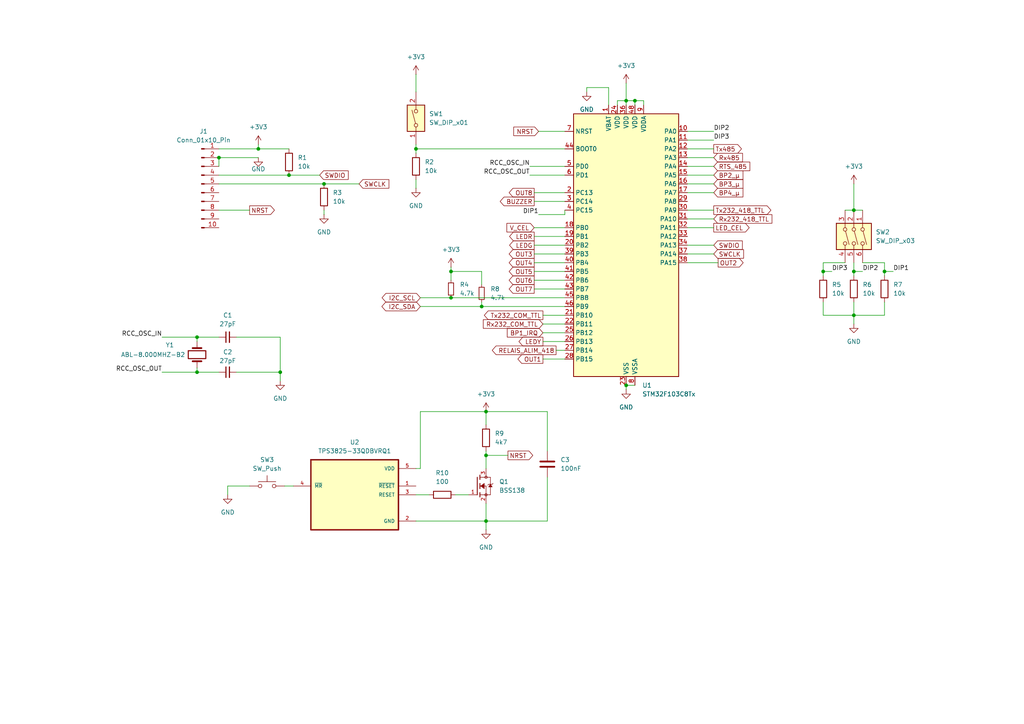
<source format=kicad_sch>
(kicad_sch (version 20250114) (generator "eeschema") (generator_version "9.0")
  (paper "A4")
  (title_block (title "MAIN MCU") (date "2025-04-30") (rev "V1") (company "TTS") (comment 1 "EP"))
  (lib_symbols
    (symbol "BSS138:BSS138" (pin_names (offset 1.016))
      (property "Reference" "Q" (at -8.89 2.54 0))
      (property "Value" "BSS138" (at -8.89 -7.62 0))
      (symbol "BSS138_0_0"
        (polyline (pts (xy 0 2.54) (xy 0 -2.54)) (stroke (width 0.254)))
        (polyline (pts (xy 0.762 3.175) (xy 0.762 2.54)) (stroke (width 0.254)))
        (polyline (pts (xy 0.762 2.54) (xy 0.762 1.905)) (stroke (width 0.254)))
        (polyline (pts (xy 0.762 2.54) (xy 3.81 2.54)) (stroke (width 0.1524)))
        (polyline (pts (xy 0.762 0.762) (xy 0.762 0)) (stroke (width 0.254)))
        (polyline (pts (xy 0.762 0) (xy 0.762 -0.762)) (stroke (width 0.254)))
        (polyline (pts (xy 0.762 0) (xy 2.54 0)) (stroke (width 0.1524)))
        (polyline (pts (xy 0.762 -1.905) (xy 0.762 -2.54)) (stroke (width 0.254)))
        (polyline (pts (xy 0.762 -2.54) (xy 0.762 -3.175)) (stroke (width 0.254)))
        (polyline (pts (xy 1.016 0) (xy 2.032 0.762) (xy 2.032 -0.762) (xy 1.016 0)) (stroke (width 0.1524)) (fill (type outline)))
        (circle (center 2.54 2.54) (radius 0.3592))
        (polyline (pts (xy 2.54 0) (xy 2.54 -2.54)) (stroke (width 0.1524)))
        (polyline (pts (xy 2.54 -2.54) (xy 0.762 -2.54)) (stroke (width 0.1524)))
        (polyline (pts (xy 2.54 -2.54) (xy 3.81 -2.54)) (stroke (width 0.1524)))
        (circle (center 2.54 -2.54) (radius 0.3592))
        (polyline (pts (xy 3.302 0.508) (xy 3.048 0.254)) (stroke (width 0.1524)))
        (polyline (pts (xy 3.81 2.54) (xy 3.81 0.508)) (stroke (width 0.1524)))
        (polyline (pts (xy 3.81 0.508) (xy 3.302 0.508)) (stroke (width 0.1524)))
        (polyline (pts (xy 3.81 0.508) (xy 3.81 -2.54)) (stroke (width 0.1524)))
        (polyline (pts (xy 3.81 0.508) (xy 3.302 -0.254) (xy 4.318 -0.254) (xy 3.81 0.508)) (stroke (width 0.1524)) (fill (type outline)))
        (polyline (pts (xy 4.318 0.508) (xy 3.81 0.508)) (stroke (width 0.1524)))
        (polyline (pts (xy 4.572 0.762) (xy 4.318 0.508)) (stroke (width 0.1524)))
        (pin passive line (at -2.54 -2.54 0) (length 2.54) (name "~") (number "1"))
        (pin passive line (at 2.54 5.08 270) (length 2.54) (name "~") (number "3"))
        (pin passive line (at 2.54 -5.08 90) (length 2.54) (name "~") (number "2"))
      )
    )
    (symbol "Connector:Conn_01x10_Pin" (pin_names (offset 1.016) (hide yes))
      (property "Reference" "J" (at 0 12.7 0))
      (property "Value" "Conn_01x10_Pin" (at 0 -15.24 0))
      (symbol "Conn_01x10_Pin_1_1"
        (rectangle (start 0.8636 10.287) (end 0 10.033) (stroke (width 0.1524)) (fill (type outline)))
        (rectangle (start 0.8636 7.747) (end 0 7.493) (stroke (width 0.1524)) (fill (type outline)))
        (rectangle (start 0.8636 5.207) (end 0 4.953) (stroke (width 0.1524)) (fill (type outline)))
        (rectangle (start 0.8636 2.667) (end 0 2.413) (stroke (width 0.1524)) (fill (type outline)))
        (rectangle (start 0.8636 0.127) (end 0 -0.127) (stroke (width 0.1524)) (fill (type outline)))
        (rectangle (start 0.8636 -2.413) (end 0 -2.667) (stroke (width 0.1524)) (fill (type outline)))
        (rectangle (start 0.8636 -4.953) (end 0 -5.207) (stroke (width 0.1524)) (fill (type outline)))
        (rectangle (start 0.8636 -7.493) (end 0 -7.747) (stroke (width 0.1524)) (fill (type outline)))
        (rectangle (start 0.8636 -10.033) (end 0 -10.287) (stroke (width 0.1524)) (fill (type outline)))
        (rectangle (start 0.8636 -12.573) (end 0 -12.827) (stroke (width 0.1524)) (fill (type outline)))
        (polyline (pts (xy 1.27 10.16) (xy 0.8636 10.16)) (stroke (width 0.1524)))
        (polyline (pts (xy 1.27 7.62) (xy 0.8636 7.62)) (stroke (width 0.1524)))
        (polyline (pts (xy 1.27 5.08) (xy 0.8636 5.08)) (stroke (width 0.1524)))
        (polyline (pts (xy 1.27 2.54) (xy 0.8636 2.54)) (stroke (width 0.1524)))
        (polyline (pts (xy 1.27 0) (xy 0.8636 0)) (stroke (width 0.1524)))
        (polyline (pts (xy 1.27 -2.54) (xy 0.8636 -2.54)) (stroke (width 0.1524)))
        (polyline (pts (xy 1.27 -5.08) (xy 0.8636 -5.08)) (stroke (width 0.1524)))
        (polyline (pts (xy 1.27 -7.62) (xy 0.8636 -7.62)) (stroke (width 0.1524)))
        (polyline (pts (xy 1.27 -10.16) (xy 0.8636 -10.16)) (stroke (width 0.1524)))
        (polyline (pts (xy 1.27 -12.7) (xy 0.8636 -12.7)) (stroke (width 0.1524)))
        (pin passive line (at 5.08 10.16 180) (length 3.81) (name "Pin_1") (number "1"))
        (pin passive line (at 5.08 7.62 180) (length 3.81) (name "Pin_2") (number "2"))
        (pin passive line (at 5.08 5.08 180) (length 3.81) (name "Pin_3") (number "3"))
        (pin passive line (at 5.08 2.54 180) (length 3.81) (name "Pin_4") (number "4"))
        (pin passive line (at 5.08 0 180) (length 3.81) (name "Pin_5") (number "5"))
        (pin passive line (at 5.08 -2.54 180) (length 3.81) (name "Pin_6") (number "6"))
        (pin passive line (at 5.08 -5.08 180) (length 3.81) (name "Pin_7") (number "7"))
        (pin passive line (at 5.08 -7.62 180) (length 3.81) (name "Pin_8") (number "8"))
        (pin passive line (at 5.08 -10.16 180) (length 3.81) (name "Pin_9") (number "9"))
        (pin passive line (at 5.08 -12.7 180) (length 3.81) (name "Pin_10") (number "10"))
      )
    )
    (symbol "Device:C" (pin_numbers (hide yes)) (pin_names (offset 0.254))
      (property "Reference" "C" (at 0.635 2.54 0))
      (property "Value" "C" (at 0.635 -2.54 0))
      (symbol "C_0_1"
        (polyline (pts (xy -2.032 0.762) (xy 2.032 0.762)) (stroke (width 0.508)))
        (polyline (pts (xy -2.032 -0.762) (xy 2.032 -0.762)) (stroke (width 0.508)))
      )
      (symbol "C_1_1"
        (pin passive line (at 0 3.81 270) (length 2.794) (name "~") (number "1"))
        (pin passive line (at 0 -3.81 90) (length 2.794) (name "~") (number "2"))
      )
    )
    (symbol "Device:C_Small" (pin_numbers (hide yes)) (pin_names (offset 0.254) (hide yes))
      (property "Reference" "C" (at 0.254 1.778 0))
      (property "Value" "C_Small" (at 0.254 -2.032 0))
      (symbol "C_Small_0_1"
        (polyline (pts (xy -1.524 0.508) (xy 1.524 0.508)) (stroke (width 0.3048)))
        (polyline (pts (xy -1.524 -0.508) (xy 1.524 -0.508)) (stroke (width 0.3302)))
      )
      (symbol "C_Small_1_1"
        (pin passive line (at 0 2.54 270) (length 2.032) (name "~") (number "1"))
        (pin passive line (at 0 -2.54 90) (length 2.032) (name "~") (number "2"))
      )
    )
    (symbol "Device:Crystal" (pin_numbers (hide yes)) (pin_names (offset 1.016) (hide yes))
      (property "Reference" "Y" (at 0 3.81 0))
      (property "Value" "Crystal" (at 0 -3.81 0))
      (symbol "Crystal_0_1"
        (polyline (pts (xy -2.54 0) (xy -1.905 0)))
        (polyline (pts (xy -1.905 -1.27) (xy -1.905 1.27)) (stroke (width 0.508)))
        (rectangle (start -1.143 2.54) (end 1.143 -2.54) (stroke (width 0.3048)))
        (polyline (pts (xy 1.905 -1.27) (xy 1.905 1.27)) (stroke (width 0.508)))
        (polyline (pts (xy 2.54 0) (xy 1.905 0)))
      )
      (symbol "Crystal_1_1"
        (pin passive line (at -3.81 0 0) (length 1.27) (name "1") (number "1"))
        (pin passive line (at 3.81 0 180) (length 1.27) (name "2") (number "2"))
      )
    )
    (symbol "Device:R" (pin_numbers (hide yes)) (pin_names (offset 0))
      (property "Reference" "R" (at 2.032 0 90))
      (property "Value" "R" (at 0 0 90))
      (symbol "R_0_1"
        (rectangle (start -1.016 -2.54) (end 1.016 2.54) (stroke (width 0.254)))
      )
      (symbol "R_1_1"
        (pin passive line (at 0 3.81 270) (length 1.27) (name "~") (number "1"))
        (pin passive line (at 0 -3.81 90) (length 1.27) (name "~") (number "2"))
      )
    )
    (symbol "Device:R_Small" (pin_numbers (hide yes)) (pin_names (offset 0.254) (hide yes))
      (property "Reference" "R" (at 0.762 0.508 0))
      (property "Value" "R_Small" (at 0.762 -1.016 0))
      (symbol "R_Small_0_1"
        (rectangle (start -0.762 1.778) (end 0.762 -1.778) (stroke (width 0.2032)))
      )
      (symbol "R_Small_1_1"
        (pin passive line (at 0 2.54 270) (length 0.762) (name "~") (number "1"))
        (pin passive line (at 0 -2.54 90) (length 0.762) (name "~") (number "2"))
      )
    )
    (symbol "MCU_ST_STM32F1:STM32F103C8Tx"
      (property "Reference" "U" (at -15.24 39.37 0))
      (property "Value" "STM32F103C8Tx" (at 7.62 39.37 0))
      (symbol "STM32F103C8Tx_0_1"
        (rectangle (start -15.24 -38.1) (end 15.24 38.1) (stroke (width 0.254)) (fill (type background)))
      )
      (symbol "STM32F103C8Tx_1_1"
        (pin input line (at -17.78 33.02 0) (length 2.54) (name "NRST") (number "7"))
        (pin input line (at -17.78 27.94 0) (length 2.54) (name "BOOT0") (number "44"))
        (pin bidirectional line (at -17.78 22.86 0) (length 2.54) (name "PD0") (number "5"))
        (pin bidirectional line (at -17.78 20.32 0) (length 2.54) (name "PD1") (number "6"))
        (pin bidirectional line (at -17.78 15.24 0) (length 2.54) (name "PC13") (number "2"))
        (pin bidirectional line (at -17.78 12.7 0) (length 2.54) (name "PC14") (number "3"))
        (pin bidirectional line (at -17.78 10.16 0) (length 2.54) (name "PC15") (number "4"))
        (pin bidirectional line (at -17.78 5.08 0) (length 2.54) (name "PB0") (number "18"))
        (pin bidirectional line (at -17.78 2.54 0) (length 2.54) (name "PB1") (number "19"))
        (pin bidirectional line (at -17.78 0 0) (length 2.54) (name "PB2") (number "20"))
        (pin bidirectional line (at -17.78 -2.54 0) (length 2.54) (name "PB3") (number "39"))
        (pin bidirectional line (at -17.78 -5.08 0) (length 2.54) (name "PB4") (number "40"))
        (pin bidirectional line (at -17.78 -7.62 0) (length 2.54) (name "PB5") (number "41"))
        (pin bidirectional line (at -17.78 -10.16 0) (length 2.54) (name "PB6") (number "42"))
        (pin bidirectional line (at -17.78 -12.7 0) (length 2.54) (name "PB7") (number "43"))
        (pin bidirectional line (at -17.78 -15.24 0) (length 2.54) (name "PB8") (number "45"))
        (pin bidirectional line (at -17.78 -17.78 0) (length 2.54) (name "PB9") (number "46"))
        (pin bidirectional line (at -17.78 -20.32 0) (length 2.54) (name "PB10") (number "21"))
        (pin bidirectional line (at -17.78 -22.86 0) (length 2.54) (name "PB11") (number "22"))
        (pin bidirectional line (at -17.78 -25.4 0) (length 2.54) (name "PB12") (number "25"))
        (pin bidirectional line (at -17.78 -27.94 0) (length 2.54) (name "PB13") (number "26"))
        (pin bidirectional line (at -17.78 -30.48 0) (length 2.54) (name "PB14") (number "27"))
        (pin bidirectional line (at -17.78 -33.02 0) (length 2.54) (name "PB15") (number "28"))
        (pin power_in line (at -5.08 40.64 270) (length 2.54) (name "VBAT") (number "1"))
        (pin power_in line (at -2.54 40.64 270) (length 2.54) (name "VDD") (number "24"))
        (pin power_in line (at 0 40.64 270) (length 2.54) (name "VDD") (number "36"))
        (pin power_in line (at 0 -40.64 90) (length 2.54) (name "VSS") (number "23"))
        (pin passive line (at 0 -40.64 90) (length 2.54) (hide yes) (name "VSS") (number "35"))
        (pin passive line (at 0 -40.64 90) (length 2.54) (hide yes) (name "VSS") (number "47"))
        (pin power_in line (at 2.54 40.64 270) (length 2.54) (name "VDD") (number "48"))
        (pin power_in line (at 2.54 -40.64 90) (length 2.54) (name "VSSA") (number "8"))
        (pin power_in line (at 5.08 40.64 270) (length 2.54) (name "VDDA") (number "9"))
        (pin bidirectional line (at 17.78 33.02 180) (length 2.54) (name "PA0") (number "10"))
        (pin bidirectional line (at 17.78 30.48 180) (length 2.54) (name "PA1") (number "11"))
        (pin bidirectional line (at 17.78 27.94 180) (length 2.54) (name "PA2") (number "12"))
        (pin bidirectional line (at 17.78 25.4 180) (length 2.54) (name "PA3") (number "13"))
        (pin bidirectional line (at 17.78 22.86 180) (length 2.54) (name "PA4") (number "14"))
        (pin bidirectional line (at 17.78 20.32 180) (length 2.54) (name "PA5") (number "15"))
        (pin bidirectional line (at 17.78 17.78 180) (length 2.54) (name "PA6") (number "16"))
        (pin bidirectional line (at 17.78 15.24 180) (length 2.54) (name "PA7") (number "17"))
        (pin bidirectional line (at 17.78 12.7 180) (length 2.54) (name "PA8") (number "29"))
        (pin bidirectional line (at 17.78 10.16 180) (length 2.54) (name "PA9") (number "30"))
        (pin bidirectional line (at 17.78 7.62 180) (length 2.54) (name "PA10") (number "31"))
        (pin bidirectional line (at 17.78 5.08 180) (length 2.54) (name "PA11") (number "32"))
        (pin bidirectional line (at 17.78 2.54 180) (length 2.54) (name "PA12") (number "33"))
        (pin bidirectional line (at 17.78 0 180) (length 2.54) (name "PA13") (number "34"))
        (pin bidirectional line (at 17.78 -2.54 180) (length 2.54) (name "PA14") (number "37"))
        (pin bidirectional line (at 17.78 -5.08 180) (length 2.54) (name "PA15") (number "38"))
      )
    )
    (symbol "Switch:SW_DIP_x01" (pin_names (offset 0) (hide yes))
      (property "Reference" "SW" (at 0 3.81 0))
      (property "Value" "SW_DIP_x01" (at 0 -3.81 0))
      (symbol "SW_DIP_x01_0_0"
        (circle (center -2.032 0) (radius 0.508))
        (polyline (pts (xy -1.524 0.127) (xy 2.3622 1.1684)))
        (circle (center 2.032 0) (radius 0.508))
      )
      (symbol "SW_DIP_x01_0_1"
        (rectangle (start -3.81 2.54) (end 3.81 -2.54) (stroke (width 0.254)) (fill (type background)))
      )
      (symbol "SW_DIP_x01_1_1"
        (pin passive line (at -7.62 0 0) (length 5.08) (name "~") (number "1"))
        (pin passive line (at 7.62 0 180) (length 5.08) (name "~") (number "2"))
      )
    )
    (symbol "Switch:SW_DIP_x03" (pin_names (offset 0) (hide yes))
      (property "Reference" "SW" (at 0 6.35 0))
      (property "Value" "SW_DIP_x03" (at 0 -6.35 0))
      (symbol "SW_DIP_x03_0_0"
        (circle (center -2.032 2.54) (radius 0.508))
        (circle (center -2.032 0) (radius 0.508))
        (circle (center -2.032 -2.54) (radius 0.508))
        (polyline (pts (xy -1.524 2.667) (xy 2.3622 3.7084)))
        (polyline (pts (xy -1.524 0.127) (xy 2.3622 1.1684)))
        (polyline (pts (xy -1.524 -2.413) (xy 2.3622 -1.3716)))
        (circle (center 2.032 2.54) (radius 0.508))
        (circle (center 2.032 0) (radius 0.508))
        (circle (center 2.032 -2.54) (radius 0.508))
      )
      (symbol "SW_DIP_x03_0_1"
        (rectangle (start -3.81 5.08) (end 3.81 -5.08) (stroke (width 0.254)) (fill (type background)))
      )
      (symbol "SW_DIP_x03_1_1"
        (pin passive line (at -7.62 2.54 0) (length 5.08) (name "~") (number "1"))
        (pin passive line (at -7.62 0 0) (length 5.08) (name "~") (number "2"))
        (pin passive line (at -7.62 -2.54 0) (length 5.08) (name "~") (number "3"))
        (pin passive line (at 7.62 2.54 180) (length 5.08) (name "~") (number "6"))
        (pin passive line (at 7.62 0 180) (length 5.08) (name "~") (number "5"))
        (pin passive line (at 7.62 -2.54 180) (length 5.08) (name "~") (number "4"))
      )
    )
    (symbol "Switch:SW_Push" (pin_numbers (hide yes)) (pin_names (offset 1.016) (hide yes))
      (property "Reference" "SW" (at 1.27 2.54 0))
      (property "Value" "SW_Push" (at 0 -1.524 0))
      (symbol "SW_Push_0_1"
        (circle (center -2.032 0) (radius 0.508))
        (polyline (pts (xy 0 1.27) (xy 0 3.048)))
        (circle (center 2.032 0) (radius 0.508))
        (polyline (pts (xy 2.54 1.27) (xy -2.54 1.27)))
        (pin passive line (at -5.08 0 0) (length 2.54) (name "1") (number "1"))
        (pin passive line (at 5.08 0 180) (length 2.54) (name "2") (number "2"))
      )
    )
    (symbol "TPS3825-33QDBVRQ1:TPS3825-33QDBVRQ1" (pin_names (offset 1.016))
      (property "Reference" "U" (at -12.7 11.16 0))
      (property "Value" "TPS3825-33QDBVRQ1" (at -12.7 -14.16 0))
      (symbol "TPS3825-33QDBVRQ1_0_0"
        (rectangle (start -12.7 -10.16) (end 12.7 10.16) (stroke (width 0.41)) (fill (type background)))
        (pin input line (at -17.78 2.54 0) (length 5.08) (name "~{MR}") (number "4"))
        (pin power_in line (at 17.78 7.62 180) (length 5.08) (name "VDD") (number "5"))
        (pin output line (at 17.78 2.54 180) (length 5.08) (name "~{RESET}") (number "1"))
        (pin output line (at 17.78 0 180) (length 5.08) (name "RESET") (number "3"))
        (pin power_in line (at 17.78 -7.62 180) (length 5.08) (name "GND") (number "2"))
      )
    )
    (symbol "power:+3V3" (power) (pin_numbers (hide yes)) (pin_names (offset 0) (hide yes))
      (property "Value" "+3V3" (at 0 3.556 0))
      (symbol "+3V3_0_1"
        (polyline (pts (xy -0.762 1.27) (xy 0 2.54)))
        (polyline (pts (xy 0 2.54) (xy 0.762 1.27)))
        (polyline (pts (xy 0 0) (xy 0 2.54)))
      )
      (symbol "+3V3_1_1"
        (pin power_in line (at 0 0 90) (length 0) (name "~") (number "1"))
      )
    )
    (symbol "power:GND" (power) (pin_numbers (hide yes)) (pin_names (offset 0) (hide yes))
      (property "Value" "GND" (at 0 -3.81 0))
      (symbol "GND_0_1"
        (polyline (pts (xy 0 0) (xy 0 -1.27) (xy 1.27 -1.27) (xy 0 -2.54) (xy -1.27 -1.27) (xy 0 -1.27)))
      )
      (symbol "GND_1_1"
        (pin power_in line (at 0 0 270) (length 0) (name "~") (number "1"))
      )
    )
  )
  (junction (at 247.65 60.96))
  (junction (at 130.81 78.74))
  (junction (at 140.97 119.38))
  (junction (at 57.15 107.95))
  (junction (at 247.65 91.44))
  (junction (at 139.7 88.9))
  (junction (at 256.54 78.74))
  (junction (at 140.97 132.08))
  (junction (at 130.81 86.36))
  (junction (at 181.61 29.21))
  (junction (at 140.97 151.13))
  (junction (at 83.82 50.8))
  (junction (at 120.65 43.18))
  (junction (at 238.76 78.74))
  (junction (at 181.61 111.76))
  (junction (at 74.93 43.18))
  (junction (at 63.5 45.72))
  (junction (at 93.98 53.34))
  (junction (at 57.15 97.79))
  (junction (at 247.65 78.74))
  (junction (at 81.28 107.95))
  (junction (at 184.15 29.21))
  (wire (pts (xy 120.65 143.51) (xy 124.46 143.51)))
  (wire (pts (xy 154.94 58.42) (xy 163.83 58.42)))
  (wire (pts (xy 247.65 78.74) (xy 247.65 80.01)))
  (wire (pts (xy 139.7 78.74) (xy 130.81 78.74)))
  (wire (pts (xy 130.81 78.74) (xy 130.81 81.28)))
  (wire (pts (xy 120.65 43.18) (xy 163.83 43.18)))
  (wire (pts (xy 199.39 53.34) (xy 207.01 53.34)))
  (wire (pts (xy 199.39 43.18) (xy 207.01 43.18)))
  (wire (pts (xy 157.48 96.52) (xy 163.83 96.52)))
  (wire (pts (xy 199.39 76.2) (xy 208.28 76.2)))
  (wire (pts (xy 153.67 48.26) (xy 163.83 48.26)))
  (wire (pts (xy 82.55 140.97) (xy 85.09 140.97)))
  (wire (pts (xy 157.48 91.44) (xy 163.83 91.44)))
  (wire (pts (xy 247.65 78.74) (xy 250.19 78.74)))
  (wire (pts (xy 181.61 29.21) (xy 184.15 29.21)))
  (wire (pts (xy 57.15 97.79) (xy 57.15 99.06)))
  (wire (pts (xy 199.39 45.72) (xy 207.01 45.72)))
  (wire (pts (xy 199.39 71.12) (xy 207.01 71.12)))
  (wire (pts (xy 120.65 151.13) (xy 140.97 151.13)))
  (wire (pts (xy 156.21 38.1) (xy 163.83 38.1)))
  (wire (pts (xy 93.98 53.34) (xy 63.5 53.34)))
  (wire (pts (xy 199.39 66.04) (xy 207.01 66.04)))
  (wire (pts (xy 163.83 62.23) (xy 156.21 62.23)))
  (wire (pts (xy 158.75 151.13) (xy 140.97 151.13)))
  (wire (pts (xy 238.76 87.63) (xy 238.76 91.44)))
  (wire (pts (xy 139.7 88.9) (xy 163.83 88.9)))
  (wire (pts (xy 199.39 60.96) (xy 207.01 60.96)))
  (wire (pts (xy 93.98 60.96) (xy 93.98 62.23)))
  (wire (pts (xy 199.39 63.5) (xy 207.01 63.5)))
  (wire (pts (xy 63.5 43.18) (xy 74.93 43.18)))
  (wire (pts (xy 247.65 60.96) (xy 250.19 60.96)))
  (wire (pts (xy 46.99 97.79) (xy 57.15 97.79)))
  (wire (pts (xy 83.82 50.8) (xy 92.71 50.8)))
  (wire (pts (xy 81.28 107.95) (xy 81.28 110.49)))
  (wire (pts (xy 247.65 87.63) (xy 247.65 91.44)))
  (wire (pts (xy 199.39 48.26) (xy 207.01 48.26)))
  (wire (pts (xy 139.7 87.63) (xy 139.7 88.9)))
  (wire (pts (xy 57.15 107.95) (xy 57.15 106.68)))
  (wire (pts (xy 157.48 104.14) (xy 163.83 104.14)))
  (wire (pts (xy 238.76 80.01) (xy 238.76 78.74)))
  (wire (pts (xy 154.94 76.2) (xy 163.83 76.2)))
  (wire (pts (xy 238.76 78.74) (xy 241.3 78.74)))
  (wire (pts (xy 68.58 107.95) (xy 81.28 107.95)))
  (wire (pts (xy 181.61 29.21) (xy 181.61 30.48)))
  (wire (pts (xy 154.94 55.88) (xy 163.83 55.88)))
  (wire (pts (xy 238.76 91.44) (xy 247.65 91.44)))
  (wire (pts (xy 140.97 132.08) (xy 140.97 135.89)))
  (wire (pts (xy 139.7 82.55) (xy 139.7 78.74)))
  (wire (pts (xy 120.65 135.89) (xy 121.92 135.89)))
  (wire (pts (xy 238.76 76.2) (xy 245.11 76.2)))
  (wire (pts (xy 181.61 24.13) (xy 181.61 29.21)))
  (wire (pts (xy 154.94 78.74) (xy 163.83 78.74)))
  (wire (pts (xy 238.76 78.74) (xy 238.76 76.2)))
  (wire (pts (xy 66.04 140.97) (xy 66.04 143.51)))
  (wire (pts (xy 120.65 21.59) (xy 120.65 26.67)))
  (wire (pts (xy 184.15 29.21) (xy 184.15 30.48)))
  (wire (pts (xy 154.94 66.04) (xy 163.83 66.04)))
  (wire (pts (xy 140.97 132.08) (xy 147.32 132.08)))
  (wire (pts (xy 154.94 68.58) (xy 163.83 68.58)))
  (wire (pts (xy 74.93 41.91) (xy 74.93 43.18)))
  (wire (pts (xy 157.48 99.06) (xy 163.83 99.06)))
  (wire (pts (xy 181.61 111.76) (xy 184.15 111.76)))
  (wire (pts (xy 63.5 45.72) (xy 63.5 48.26)))
  (wire (pts (xy 153.67 50.8) (xy 163.83 50.8)))
  (wire (pts (xy 181.61 111.76) (xy 181.61 113.03)))
  (wire (pts (xy 247.65 91.44) (xy 247.65 93.98)))
  (wire (pts (xy 74.93 43.18) (xy 83.82 43.18)))
  (wire (pts (xy 121.92 135.89) (xy 121.92 119.38)))
  (wire (pts (xy 199.39 73.66) (xy 207.01 73.66)))
  (wire (pts (xy 199.39 40.64) (xy 207.01 40.64)))
  (wire (pts (xy 57.15 107.95) (xy 46.99 107.95)))
  (wire (pts (xy 256.54 78.74) (xy 256.54 80.01)))
  (wire (pts (xy 186.69 30.48) (xy 186.69 29.21)))
  (wire (pts (xy 163.83 60.96) (xy 163.83 62.23)))
  (wire (pts (xy 199.39 50.8) (xy 207.01 50.8)))
  (wire (pts (xy 256.54 87.63) (xy 256.54 91.44)))
  (wire (pts (xy 158.75 138.43) (xy 158.75 151.13)))
  (wire (pts (xy 154.94 73.66) (xy 163.83 73.66)))
  (wire (pts (xy 199.39 55.88) (xy 207.01 55.88)))
  (wire (pts (xy 247.65 76.2) (xy 247.65 78.74)))
  (wire (pts (xy 120.65 52.07) (xy 120.65 54.61)))
  (wire (pts (xy 63.5 50.8) (xy 83.82 50.8)))
  (wire (pts (xy 72.39 140.97) (xy 66.04 140.97)))
  (wire (pts (xy 184.15 29.21) (xy 186.69 29.21)))
  (wire (pts (xy 93.98 53.34) (xy 104.14 53.34)))
  (wire (pts (xy 256.54 78.74) (xy 256.54 76.2)))
  (wire (pts (xy 158.75 130.81) (xy 158.75 119.38)))
  (wire (pts (xy 176.53 25.4) (xy 170.18 25.4)))
  (wire (pts (xy 130.81 77.47) (xy 130.81 78.74)))
  (wire (pts (xy 154.94 71.12) (xy 163.83 71.12)))
  (wire (pts (xy 130.81 86.36) (xy 163.83 86.36)))
  (wire (pts (xy 121.92 86.36) (xy 130.81 86.36)))
  (wire (pts (xy 140.97 130.81) (xy 140.97 132.08)))
  (wire (pts (xy 68.58 97.79) (xy 81.28 97.79)))
  (wire (pts (xy 256.54 76.2) (xy 250.19 76.2)))
  (wire (pts (xy 154.94 81.28) (xy 163.83 81.28)))
  (wire (pts (xy 154.94 83.82) (xy 163.83 83.82)))
  (wire (pts (xy 140.97 123.19) (xy 140.97 119.38)))
  (wire (pts (xy 57.15 107.95) (xy 63.5 107.95)))
  (wire (pts (xy 179.07 29.21) (xy 181.61 29.21)))
  (wire (pts (xy 132.08 143.51) (xy 135.89 143.51)))
  (wire (pts (xy 120.65 43.18) (xy 120.65 44.45)))
  (wire (pts (xy 120.65 41.91) (xy 120.65 43.18)))
  (wire (pts (xy 199.39 38.1) (xy 207.01 38.1)))
  (wire (pts (xy 63.5 60.96) (xy 72.39 60.96)))
  (wire (pts (xy 176.53 30.48) (xy 176.53 25.4)))
  (wire (pts (xy 140.97 151.13) (xy 140.97 153.67)))
  (wire (pts (xy 256.54 78.74) (xy 259.08 78.74)))
  (wire (pts (xy 81.28 97.79) (xy 81.28 107.95)))
  (wire (pts (xy 157.48 93.98) (xy 163.83 93.98)))
  (wire (pts (xy 57.15 97.79) (xy 63.5 97.79)))
  (wire (pts (xy 140.97 146.05) (xy 140.97 151.13)))
  (wire (pts (xy 170.18 25.4) (xy 170.18 26.67)))
  (wire (pts (xy 179.07 30.48) (xy 179.07 29.21)))
  (wire (pts (xy 158.75 119.38) (xy 140.97 119.38)))
  (wire (pts (xy 63.5 45.72) (xy 74.93 45.72)))
  (wire (pts (xy 256.54 91.44) (xy 247.65 91.44)))
  (wire (pts (xy 245.11 60.96) (xy 247.65 60.96)))
  (wire (pts (xy 121.92 119.38) (xy 140.97 119.38)))
  (wire (pts (xy 161.29 101.6) (xy 163.83 101.6)))
  (wire (pts (xy 139.7 88.9) (xy 121.92 88.9)))
  (wire (pts (xy 247.65 53.34) (xy 247.65 60.96)))
  (label "RCC_OSC_OUT" (at 153.67 50.8 180))
  (label "DIP3" (at 241.3 78.74 0))
  (label "RCC_OSC_OUT" (at 46.99 107.95 180))
  (label "DIP1" (at 156.21 62.23 180))
  (label "DIP1" (at 259.08 78.74 0))
  (label "DIP2" (at 250.19 78.74 0))
  (label "DIP2" (at 207.01 38.1 0))
  (label "RCC_OSC_IN" (at 153.67 48.26 180))
  (label "DIP3" (at 207.01 40.64 0))
  (label "RCC_OSC_IN" (at 46.99 97.79 180))
  (global_label "Tx485" (shape output) (at 207.01 43.18 0) (property "Intersheetrefs" "${INTERSHEET_REFS}" (effects (hide yes))))
  (global_label "BP2_µ" (shape input) (at 207.01 50.8 0) (property "Intersheetrefs" "${INTERSHEET_REFS}" (effects (hide yes))))
  (global_label "I2C_SDA" (shape bidirectional) (at 121.92 88.9 180) (property "Intersheetrefs" "${INTERSHEET_REFS}" (effects (hide yes))))
  (global_label "OUT2" (shape output) (at 208.28 76.2 0) (property "Intersheetrefs" "${INTERSHEET_REFS}" (effects (hide yes))))
  (global_label "RTS_485" (shape input) (at 207.01 48.26 0) (property "Intersheetrefs" "${INTERSHEET_REFS}" (effects (hide yes))))
  (global_label "V_CEL" (shape input) (at 154.94 66.04 180) (property "Intersheetrefs" "${INTERSHEET_REFS}" (effects (hide yes))))
  (global_label "OUT6" (shape output) (at 154.94 81.28 180) (property "Intersheetrefs" "${INTERSHEET_REFS}" (effects (hide yes))))
  (global_label "Rx232_418_TTL" (shape input) (at 207.01 63.5 0) (property "Intersheetrefs" "${INTERSHEET_REFS}" (effects (hide yes))))
  (global_label "OUT5" (shape output) (at 154.94 78.74 180) (property "Intersheetrefs" "${INTERSHEET_REFS}" (effects (hide yes))))
  (global_label "Tx232_COM_TTL" (shape output) (at 157.48 91.44 180) (property "Intersheetrefs" "${INTERSHEET_REFS}" (effects (hide yes))))
  (global_label "NRST" (shape output) (at 72.39 60.96 0) (property "Intersheetrefs" "${INTERSHEET_REFS}" (effects (hide yes))))
  (global_label "RELAIS_ALIM_418" (shape output) (at 161.29 101.6 180) (property "Intersheetrefs" "${INTERSHEET_REFS}" (effects (hide yes))))
  (global_label "NRST" (shape input) (at 156.21 38.1 180) (property "Intersheetrefs" "${INTERSHEET_REFS}" (effects (hide yes))))
  (global_label "OUT1" (shape output) (at 157.48 104.14 180) (property "Intersheetrefs" "${INTERSHEET_REFS}" (effects (hide yes))))
  (global_label "OUT7" (shape output) (at 154.94 83.82 180) (property "Intersheetrefs" "${INTERSHEET_REFS}" (effects (hide yes))))
  (global_label "BP3_µ" (shape input) (at 207.01 53.34 0) (property "Intersheetrefs" "${INTERSHEET_REFS}" (effects (hide yes))))
  (global_label "Rx485" (shape input) (at 207.01 45.72 0) (property "Intersheetrefs" "${INTERSHEET_REFS}" (effects (hide yes))))
  (global_label "LED_CEL" (shape output) (at 207.01 66.04 0) (property "Intersheetrefs" "${INTERSHEET_REFS}" (effects (hide yes))))
  (global_label "OUT3" (shape output) (at 154.94 73.66 180) (property "Intersheetrefs" "${INTERSHEET_REFS}" (effects (hide yes))))
  (global_label "SWDIO" (shape input) (at 92.71 50.8 0) (property "Intersheetrefs" "${INTERSHEET_REFS}" (effects (hide yes))))
  (global_label "NRST" (shape output) (at 147.32 132.08 0) (property "Intersheetrefs" "${INTERSHEET_REFS}" (effects (hide yes))))
  (global_label "BUZZER" (shape output) (at 154.94 58.42 180) (property "Intersheetrefs" "${INTERSHEET_REFS}" (effects (hide yes))))
  (global_label "I2C_SCL" (shape bidirectional) (at 121.92 86.36 180) (property "Intersheetrefs" "${INTERSHEET_REFS}" (effects (hide yes))))
  (global_label "SWCLK" (shape input) (at 207.01 73.66 0) (property "Intersheetrefs" "${INTERSHEET_REFS}" (effects (hide yes))))
  (global_label "LEDG" (shape output) (at 154.94 71.12 180) (property "Intersheetrefs" "${INTERSHEET_REFS}" (effects (hide yes))))
  (global_label "OUT4" (shape output) (at 154.94 76.2 180) (property "Intersheetrefs" "${INTERSHEET_REFS}" (effects (hide yes))))
  (global_label "LEDR" (shape output) (at 154.94 68.58 180) (property "Intersheetrefs" "${INTERSHEET_REFS}" (effects (hide yes))))
  (global_label "BP1_IRQ" (shape input) (at 157.48 96.52 180) (property "Intersheetrefs" "${INTERSHEET_REFS}" (effects (hide yes))))
  (global_label "SWDIO" (shape input) (at 207.01 71.12 0) (property "Intersheetrefs" "${INTERSHEET_REFS}" (effects (hide yes))))
  (global_label "SWCLK" (shape input) (at 104.14 53.34 0) (property "Intersheetrefs" "${INTERSHEET_REFS}" (effects (hide yes))))
  (global_label "Tx232_418_TTL" (shape output) (at 207.01 60.96 0) (property "Intersheetrefs" "${INTERSHEET_REFS}" (effects (hide yes))))
  (global_label "Rx232_COM_TTL" (shape input) (at 157.48 93.98 180) (property "Intersheetrefs" "${INTERSHEET_REFS}" (effects (hide yes))))
  (global_label "BP4_µ" (shape input) (at 207.01 55.88 0) (property "Intersheetrefs" "${INTERSHEET_REFS}" (effects (hide yes))))
  (global_label "LEDY" (shape output) (at 157.48 99.06 180) (property "Intersheetrefs" "${INTERSHEET_REFS}" (effects (hide yes))))
  (global_label "OUT8" (shape output) (at 154.94 55.88 180) (property "Intersheetrefs" "${INTERSHEET_REFS}" (effects (hide yes))))
  (symbol (lib_id "Device:R") (at 140.97 127 0) (unit 1)
    (property "Reference" "R9" (at 143.51 125.7299 0) (effects (justify left)))
    (property "Value" "4k7" (at 143.51 128.2699 0) (effects (justify left)))
    (property "Footprint" "Resistor_SMD:R_0805_2012Metric_Pad1.20x1.40mm_HandSolder" (effects (hide yes)))
    (property "Description" "Resistor" (effects (hide yes)))
  )
  (symbol (lib_id "power:GND") (at 66.04 143.51 0) (unit 1)
    (property "Reference" "#PWR014" (effects (hide yes)))
    (property "Value" "GND" (at 66.04 148.59 0))
    (property "Description" "Power symbol creates a global label with name \"GND\" , ground" (effects (hide yes)))
  )
  (symbol (lib_id "Device:R") (at 238.76 83.82 0) (unit 1)
    (property "Reference" "R5" (at 241.3 82.5499 0) (effects (justify left)))
    (property "Value" "10k" (at 241.3 85.0899 0) (effects (justify left)))
    (property "Footprint" "Resistor_SMD:R_0805_2012Metric_Pad1.20x1.40mm_HandSolder" (effects (hide yes)))
    (property "Description" "Resistor" (effects (hide yes)))
  )
  (symbol (lib_id "Switch:SW_Push") (at 77.47 140.97 0) (unit 1)
    (property "Reference" "SW3" (at 77.47 133.35 0))
    (property "Value" "SW_Push" (at 77.47 135.89 0))
    (property "Footprint" "Button_Switch_SMD:SW_SPST_Omron_B3FS-100xP" (effects (hide yes)))
    (property "Description" "Push button switch, generic, two pins" (effects (hide yes)))
  )
  (symbol (lib_id "MCU_ST_STM32F1:STM32F103C8Tx") (at 181.61 71.12 0) (unit 1)
    (property "Reference" "U1" (at 186.2933 111.76 0) (effects (justify left)))
    (property "Value" "STM32F103C8Tx" (at 186.2933 114.3 0) (effects (justify left)))
    (property "Footprint" "Package_QFP:LQFP-48_7x7mm_P0.5mm" (effects (hide yes)))
    (property "Datasheet" "https://www.st.com/resource/en/datasheet/stm32f103c8.pdf" (effects (hide yes)))
    (property "Description" "STMicroelectronics Arm Cortex-M3 MCU, 64KB flash, 20KB RAM, 72 MHz, 2.0-3.6V, 37 GPIO, LQFP48" (effects (hide yes)))
  )
  (symbol (lib_id "Device:R") (at 93.98 57.15 0) (unit 1)
    (property "Reference" "R3" (at 96.52 55.8799 0) (effects (justify left)))
    (property "Value" "10k" (at 96.52 58.4199 0) (effects (justify left)))
    (property "Footprint" "Resistor_SMD:R_0805_2012Metric_Pad1.20x1.40mm_HandSolder" (effects (hide yes)))
    (property "Description" "Resistor" (effects (hide yes)))
  )
  (symbol (lib_id "Device:Crystal") (at 57.15 102.87 270) (unit 1)
    (property "Reference" "Y1" (at 48.006 100.076 90) (effects (justify left)))
    (property "Value" "ABL-8.000MHZ-B2" (at 35.052 102.87 90) (effects (justify left)))
    (property "Footprint" "Crystal:Crystal_SMD_HC49-SD_HandSoldering" (effects (hide yes)))
    (property "Description" "Two pin crystal" (effects (hide yes)))
  )
  (symbol (lib_id "Switch:SW_DIP_x03") (at 247.65 68.58 270) (unit 1)
    (property "Reference" "SW2" (at 254 67.3099 90) (effects (justify left)))
    (property "Value" "SW_DIP_x03" (at 254 69.8499 90) (effects (justify left)))
    (property "Footprint" "Button_Switch_SMD:SW_DIP_SPSTx03_Slide_Omron_A6S-310x_W8.9mm_P2.54mm" (effects (hide yes)))
    (property "Description" "3x DIP Switch, Single Pole Single Throw (SPST) switch, small symbol" (effects (hide yes)))
  )
  (symbol (lib_id "power:GND") (at 74.93 45.72 0) (unit 1)
    (property "Reference" "#PWR05" (effects (hide yes)))
    (property "Value" "GND" (at 74.93 49.022 0))
    (property "Description" "Power symbol creates a global label with name \"GND\" , ground" (effects (hide yes)))
  )
  (symbol (lib_id "Device:R_Small") (at 139.7 85.09 0) (unit 1)
    (property "Reference" "R8" (at 142.24 83.8199 0) (effects (justify left)))
    (property "Value" "4.7k" (at 142.24 86.3599 0) (effects (justify left)))
    (property "Footprint" "Resistor_SMD:R_0805_2012Metric_Pad1.20x1.40mm_HandSolder" (effects (hide yes)))
    (property "Description" "Resistor, small symbol" (effects (hide yes)))
  )
  (symbol (lib_id "power:+3V3") (at 130.81 77.47 0) (unit 1)
    (property "Reference" "#PWR09" (effects (hide yes)))
    (property "Value" "+3V3" (at 130.81 72.39 0))
    (property "Description" "Power symbol creates a global label with name \"+3V3\"" (effects (hide yes)))
  )
  (symbol (lib_id "power:+3V3") (at 140.97 119.38 0) (unit 1)
    (property "Reference" "#PWR013" (effects (hide yes)))
    (property "Value" "+3V3" (at 140.97 114.3 0))
    (property "Description" "Power symbol creates a global label with name \"+3V3\"" (effects (hide yes)))
  )
  (symbol (lib_id "power:+3V3") (at 247.65 53.34 0) (unit 1)
    (property "Reference" "#PWR06" (effects (hide yes)))
    (property "Value" "+3V3" (at 247.65 48.26 0))
    (property "Description" "Power symbol creates a global label with name \"+3V3\"" (effects (hide yes)))
  )
  (symbol (lib_id "Device:R") (at 83.82 46.99 0) (unit 1)
    (property "Reference" "R1" (at 86.36 45.7199 0) (effects (justify left)))
    (property "Value" "10k" (at 86.36 48.2599 0) (effects (justify left)))
    (property "Footprint" "Resistor_SMD:R_0805_2012Metric_Pad1.20x1.40mm_HandSolder" (effects (hide yes)))
    (property "Description" "Resistor" (effects (hide yes)))
  )
  (symbol (lib_id "Device:R") (at 247.65 83.82 0) (unit 1)
    (property "Reference" "R6" (at 250.19 82.5499 0) (effects (justify left)))
    (property "Value" "10k" (at 250.19 85.0899 0) (effects (justify left)))
    (property "Footprint" "Resistor_SMD:R_0805_2012Metric_Pad1.20x1.40mm_HandSolder" (effects (hide yes)))
    (property "Description" "Resistor" (effects (hide yes)))
  )
  (symbol (lib_id "Connector:Conn_01x10_Pin") (at 58.42 53.34 0) (unit 1)
    (property "Reference" "J1" (at 59.055 38.1 0))
    (property "Value" "Conn_01x10_Pin" (at 59.055 40.64 0))
    (property "Footprint" "Connector_PinHeader_2.54mm:PinHeader_1x10_P2.54mm_Vertical" (effects (hide yes)))
    (property "Description" "Generic connector, single row, 01x10, script generated" (effects (hide yes)))
  )
  (symbol (lib_id "Device:R_Small") (at 130.81 83.82 0) (unit 1)
    (property "Reference" "R4" (at 133.35 82.5499 0) (effects (justify left)))
    (property "Value" "4.7k" (at 133.35 85.0899 0) (effects (justify left)))
    (property "Footprint" "Resistor_SMD:R_0805_2012Metric_Pad1.20x1.40mm_HandSolder" (effects (hide yes)))
    (property "Description" "Resistor, small symbol" (effects (hide yes)))
  )
  (symbol (lib_id "power:+3V3") (at 181.61 24.13 0) (unit 1)
    (property "Reference" "#PWR02" (effects (hide yes)))
    (property "Value" "+3V3" (at 181.61 19.05 0))
    (property "Description" "Power symbol creates a global label with name \"+3V3\"" (effects (hide yes)))
  )
  (symbol (lib_id "Device:C_Small") (at 66.04 107.95 90) (unit 1)
    (property "Reference" "C2" (at 66.04 102.108 90))
    (property "Value" "27pF" (at 66.04 104.648 90))
    (property "Footprint" "Capacitor_SMD:C_0805_2012Metric_Pad1.18x1.45mm_HandSolder" (effects (hide yes)))
    (property "Description" "Unpolarized capacitor, small symbol" (effects (hide yes)))
  )
  (symbol (lib_id "power:GND") (at 81.28 110.49 0) (unit 1)
    (property "Reference" "#PWR011" (effects (hide yes)))
    (property "Value" "GND" (at 81.28 115.57 0))
    (property "Description" "Power symbol creates a global label with name \"GND\" , ground" (effects (hide yes)))
  )
  (symbol (lib_id "power:GND") (at 170.18 26.67 0) (unit 1)
    (property "Reference" "#PWR03" (effects (hide yes)))
    (property "Value" "GND" (at 170.18 31.75 0))
    (property "Description" "Power symbol creates a global label with name \"GND\" , ground" (effects (hide yes)))
  )
  (symbol (lib_id "power:GND") (at 120.65 54.61 0) (unit 1)
    (property "Reference" "#PWR07" (effects (hide yes)))
    (property "Value" "GND" (at 120.65 59.69 0))
    (property "Description" "Power symbol creates a global label with name \"GND\" , ground" (effects (hide yes)))
  )
  (symbol (lib_id "power:GND") (at 247.65 93.98 0) (unit 1)
    (property "Reference" "#PWR010" (effects (hide yes)))
    (property "Value" "GND" (at 247.65 99.06 0))
    (property "Description" "Power symbol creates a global label with name \"GND\" , ground" (effects (hide yes)))
  )
  (symbol (lib_id "power:+3V3") (at 120.65 21.59 0) (unit 1)
    (property "Reference" "#PWR01" (effects (hide yes)))
    (property "Value" "+3V3" (at 120.65 16.51 0))
    (property "Description" "Power symbol creates a global label with name \"+3V3\"" (effects (hide yes)))
  )
  (symbol (lib_id "BSS138:BSS138") (at 138.43 140.97 0) (unit 1)
    (property "Reference" "Q1" (at 144.78 139.6999 0) (effects (justify left)))
    (property "Value" "BSS138" (at 144.78 142.2399 0) (effects (justify left)))
    (property "Footprint" "BSS138:SOT95P240X111-3N" (effects (hide yes)))
    (property "MF" "onsemi" (effects (hide yes)))
    (property "MAXIMUM_PACKAGE_HEIGHT" "1.11 mm" (effects (hide yes)))
    (property "Package" "SOT-23-3 ON Semiconductor" (effects (hide yes)))
    (property "Price" "None" (effects (hide yes)))
    (property "Check_prices" "https://www.snapeda.com/parts/BSS138/Onsemi/view-part/?ref=eda" (effects (hide yes)))
    (property "STANDARD" "IPC 7351B" (effects (hide yes)))
    (property "PARTREV" "30 Jan 2018" (effects (hide yes)))
    (property "SnapEDA_Link" "https://www.snapeda.com/parts/BSS138/Onsemi/view-part/?ref=snap" (effects (hide yes)))
    (property "MP" "BSS138" (effects (hide yes)))
    (property "Description_1" "N-Channel 50 V 220mA (Ta) 350mW (Ta) Surface Mount SOT-23-3" (effects (hide yes)))
    (property "Availability" "In Stock" (effects (hide yes)))
    (property "MANUFACTURER" "ON Semiconductor" (effects (hide yes)))
  )
  (symbol (lib_id "power:GND") (at 181.61 113.03 0) (unit 1)
    (property "Reference" "#PWR012" (effects (hide yes)))
    (property "Value" "GND" (at 181.61 118.11 0))
    (property "Description" "Power symbol creates a global label with name \"GND\" , ground" (effects (hide yes)))
  )
  (symbol (lib_id "Device:R") (at 128.27 143.51 90) (unit 1)
    (property "Reference" "R10" (at 128.27 137.16 90))
    (property "Value" "100" (at 128.27 139.7 90))
    (property "Footprint" "Resistor_SMD:R_0805_2012Metric_Pad1.20x1.40mm_HandSolder" (effects (hide yes)))
    (property "Description" "Resistor" (effects (hide yes)))
  )
  (symbol (lib_id "power:GND") (at 140.97 153.67 0) (unit 1)
    (property "Reference" "#PWR015" (effects (hide yes)))
    (property "Value" "GND" (at 140.97 158.75 0))
    (property "Description" "Power symbol creates a global label with name \"GND\" , ground" (effects (hide yes)))
  )
  (symbol (lib_id "Device:C") (at 158.75 134.62 0) (unit 1)
    (property "Reference" "C3" (at 162.56 133.3499 0) (effects (justify left)))
    (property "Value" "100nF" (at 162.56 135.8899 0) (effects (justify left)))
    (property "Footprint" "Capacitor_SMD:C_0805_2012Metric_Pad1.18x1.45mm_HandSolder" (effects (hide yes)))
    (property "Description" "Unpolarized capacitor" (effects (hide yes)))
  )
  (symbol (lib_id "power:+3V3") (at 74.93 41.91 0) (unit 1)
    (property "Reference" "#PWR04" (effects (hide yes)))
    (property "Value" "+3V3" (at 74.93 36.83 0))
    (property "Description" "Power symbol creates a global label with name \"+3V3\"" (effects (hide yes)))
  )
  (symbol (lib_id "Switch:SW_DIP_x01") (at 120.65 34.29 90) (unit 1)
    (property "Reference" "SW1" (at 124.46 33.0199 90) (effects (justify right)))
    (property "Value" "SW_DIP_x01" (at 124.46 35.5599 90) (effects (justify right)))
    (property "Footprint" "Button_Switch_SMD:SW_DIP_SPSTx01_Slide_9.78x4.72mm_W8.61mm_P2.54mm" (effects (hide yes)))
    (property "Description" "1x DIP Switch, Single Pole Single Throw (SPST) switch, small symbol" (effects (hide yes)))
  )
  (symbol (lib_id "Device:R") (at 256.54 83.82 0) (unit 1)
    (property "Reference" "R7" (at 259.08 82.5499 0) (effects (justify left)))
    (property "Value" "10k" (at 259.08 85.0899 0) (effects (justify left)))
    (property "Footprint" "Resistor_SMD:R_0805_2012Metric_Pad1.20x1.40mm_HandSolder" (effects (hide yes)))
    (property "Description" "Resistor" (effects (hide yes)))
  )
  (symbol (lib_id "Device:R") (at 120.65 48.26 0) (unit 1)
    (property "Reference" "R2" (at 123.19 46.9899 0) (effects (justify left)))
    (property "Value" "10k" (at 123.19 49.5299 0) (effects (justify left)))
    (property "Footprint" "Resistor_SMD:R_0805_2012Metric_Pad1.20x1.40mm_HandSolder" (effects (hide yes)))
    (property "Description" "Resistor" (effects (hide yes)))
  )
  (symbol (lib_id "Device:C_Small") (at 66.04 97.79 90) (unit 1)
    (property "Reference" "C1" (at 66.0463 91.44 90))
    (property "Value" "27pF" (at 66.0463 93.98 90))
    (property "Footprint" "Capacitor_SMD:C_0805_2012Metric_Pad1.18x1.45mm_HandSolder" (effects (hide yes)))
    (property "Description" "Unpolarized capacitor, small symbol" (effects (hide yes)))
  )
  (symbol (lib_id "power:GND") (at 93.98 62.23 0) (unit 1)
    (property "Reference" "#PWR08" (effects (hide yes)))
    (property "Value" "GND" (at 93.98 67.31 0))
    (property "Description" "Power symbol creates a global label with name \"GND\" , ground" (effects (hide yes)))
  )
  (symbol (lib_id "TPS3825-33QDBVRQ1:TPS3825-33QDBVRQ1") (at 102.87 143.51 0) (unit 1)
    (property "Reference" "U2" (at 102.87 128.27 0))
    (property "Value" "TPS3825-33QDBVRQ1" (at 102.87 130.81 0))
    (property "Footprint" "TPS3825-33QDBVRQ1:TPS3825-SOT95P280X145-5N" (effects (hide yes)))
    (property "MF" "Texas Instruments" (effects (hide yes)))
    (property "Description_1" "Automotive voltage supervisor (reset IC) with manual reset" (effects (hide yes)))
    (property "Package" "SOT-23-5 Texas Instruments" (effects (hide yes)))
    (property "Price" "None" (effects (hide yes)))
    (property "SnapEDA_Link" "https://www.snapeda.com/parts/TPS3825-33QDBVRQ1/Texas+Instruments/view-part/?ref=snap" (effects (hide yes)))
    (property "MP" "TPS3825-33QDBVRQ1" (effects (hide yes)))
    (property "Availability" "In Stock" (effects (hide yes)))
    (property "Check_prices" "https://www.snapeda.com/parts/TPS3825-33QDBVRQ1/Texas+Instruments/view-part/?ref=eda" (effects (hide yes)))
  )
  (sheet (at -39.37 92.71) (size 21.59 17.78) (stroke (width 0.1524))
    (property "Sheetname" "Capteurs et autres sorties" (at -39.37 91.9984 0) (effects (justify left bottom)))
    (property "Sheetfile" "capteurs.kicad_sch" (effects (hide yes)))
  )
  (sheet (at -38.1 43.18) (size 20.32 15.24) (stroke (width 0.1524))
    (property "Sheetname" "Input Output" (at -38.1 42.4684 0) (effects (justify left bottom)))
    (property "Sheetfile" "InputOutput.kicad_sch" (effects (hide yes)))
  )
  (sheet (at -39.37 66.04) (size 20.32 19.05) (stroke (width 0.1524))
    (property "Sheetname" "com RS232-485" (at -39.37 65.3284 0) (effects (justify left bottom)))
    (property "Sheetfile" "com_RS232_485.kicad_sch" (effects (hide yes)))
  )
  (sheet (at -38.1 21.59) (size 20.32 16.51) (stroke (width 0.1524))
    (property "Sheetname" "Alim" (at -38.1 20.8784 0) (effects (justify left bottom)))
    (property "Sheetfile" "untitled.kicad_sch" (effects (hide yes)))
  )
)
</source>
